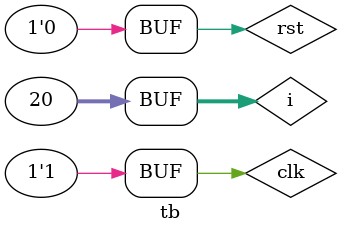
<source format=v>
module johnson(rst, clk, out);
    input rst, clk;
    output reg [3:0] out;

    always @(posedge clk or posedge rst) begin
        if(rst) begin
            out <= 4'b0001;
        end else begin
            out <= {out[2:0], ~out[3]};
        end
    end
endmodule

module tb();
    reg rst, clk;
    wire [3:0] out;

    johnson john(rst, clk, out);
    integer i;
    initial begin
        clk = 1;
        rst = 1;
        #100;
        rst = 0;
        $monitor("%b %b", clk, out);
        for(i=0; i<20; i=i+1)begin
            clk = ~clk;
            #100;
        end
    end
endmodule
</source>
